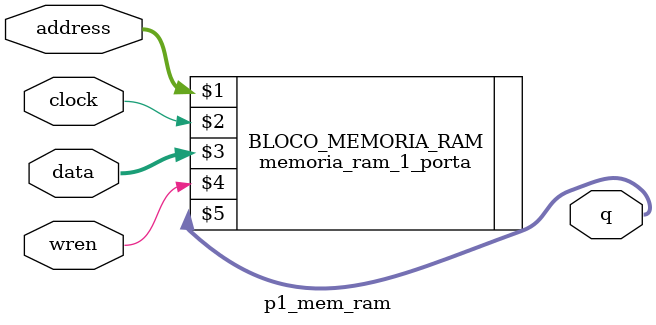
<source format=v>
module p1_mem_ram(clock, address, wren, data, q);
// module memoria_ram_1_porta (address,clock,data,wren,q);
	input [4:0] address;
	input wren;
	input [7:0]data;
	input clock;
	output [7:0]q;
	memoria_ram_1_porta BLOCO_MEMORIA_RAM(address, clock, data, wren, q);
endmodule 
</source>
